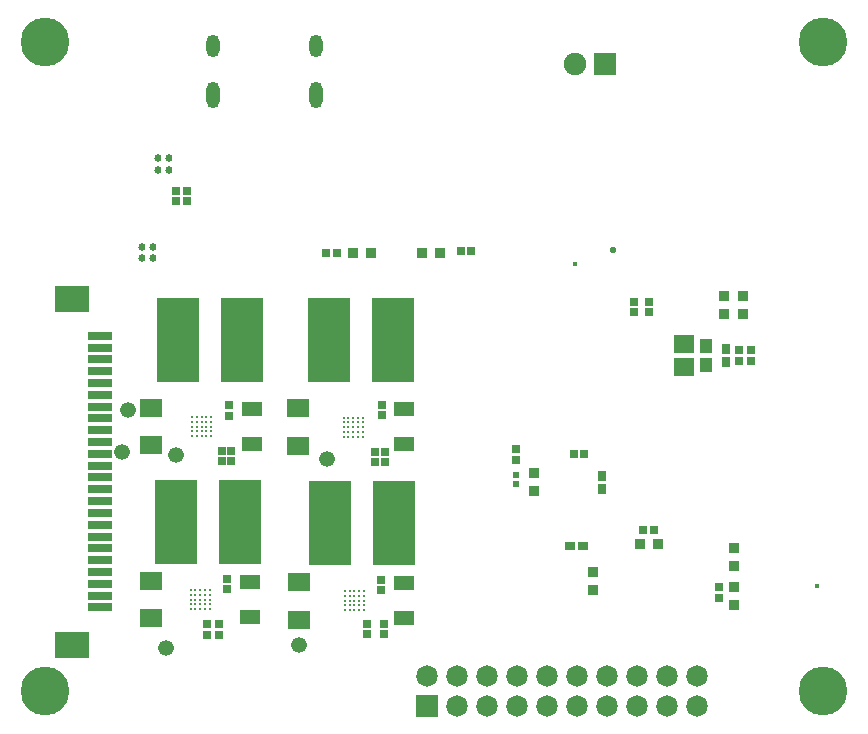
<source format=gbs>
G04*
G04 #@! TF.GenerationSoftware,Altium Limited,Altium Designer,23.1.1 (15)*
G04*
G04 Layer_Color=16711935*
%FSLAX44Y44*%
%MOMM*%
G71*
G04*
G04 #@! TF.SameCoordinates,D1EA7B9B-11C4-41B5-954D-5070AA3C9977*
G04*
G04*
G04 #@! TF.FilePolarity,Negative*
G04*
G01*
G75*
%ADD39R,1.0121X1.1581*%
%ADD70C,1.3270*%
%ADD73R,0.6416X0.6673*%
%ADD78R,0.6673X0.6416*%
%ADD79R,0.7870X0.7470*%
%ADD82R,0.7470X0.7870*%
%ADD89R,0.9656X0.9081*%
%ADD95R,0.6416X0.8917*%
%ADD98R,0.8917X0.6416*%
%ADD100R,0.9081X0.9656*%
%ADD113C,1.8270*%
%ADD114R,1.8270X1.8270*%
%ADD115C,1.9000*%
%ADD116R,1.9000X1.9000*%
%ADD117O,1.1270X1.9270*%
%ADD118O,1.1270X2.2270*%
%ADD119C,4.1270*%
%ADD120C,0.4318*%
%ADD121C,0.5334*%
%ADD122C,0.6270*%
%ADD174R,0.4725X0.5153*%
%ADD178C,0.3000*%
%ADD179R,1.8026X1.3091*%
%ADD180R,1.8296X1.5866*%
%ADD181R,3.6270X7.1270*%
%ADD182R,1.6770X1.5770*%
%ADD183R,2.0524X0.7524*%
%ADD184R,2.9524X2.2524*%
D39*
X644545Y351820D02*
D03*
Y368360D02*
D03*
D70*
X299995Y114882D02*
D03*
X187306Y112289D02*
D03*
X195385Y275544D02*
D03*
X149908Y278522D02*
D03*
X154686Y313690D02*
D03*
X323196Y272219D02*
D03*
D73*
X238818Y162481D02*
D03*
Y171137D02*
D03*
X369325Y170246D02*
D03*
Y161590D02*
D03*
X240088Y317699D02*
D03*
Y309043D02*
D03*
X369570Y318018D02*
D03*
Y309362D02*
D03*
X483108Y280436D02*
D03*
Y271780D02*
D03*
X583372Y396982D02*
D03*
Y405638D02*
D03*
X596138Y396982D02*
D03*
Y405638D02*
D03*
D78*
X445536Y448310D02*
D03*
X436880D02*
D03*
X322814Y447040D02*
D03*
X331470D02*
D03*
D79*
X541020Y276860D02*
D03*
X532220D02*
D03*
X591230Y212090D02*
D03*
X600030Y212090D02*
D03*
D82*
X371701Y132603D02*
D03*
Y123803D02*
D03*
X357617Y132841D02*
D03*
Y124041D02*
D03*
X363836Y269769D02*
D03*
Y278569D02*
D03*
X372726Y269769D02*
D03*
Y278569D02*
D03*
X221596Y123719D02*
D03*
Y132519D02*
D03*
X231756Y123719D02*
D03*
Y132519D02*
D03*
X234296Y270281D02*
D03*
Y279081D02*
D03*
X241916Y270281D02*
D03*
Y279081D02*
D03*
X655320Y155030D02*
D03*
Y163830D02*
D03*
X672488Y355690D02*
D03*
Y364490D02*
D03*
X681990Y355690D02*
D03*
Y364490D02*
D03*
X204980Y499465D02*
D03*
Y490665D02*
D03*
X195478Y499465D02*
D03*
Y490665D02*
D03*
D89*
X499010Y260356D02*
D03*
X499010Y245289D02*
D03*
X548640Y161376D02*
D03*
Y176444D02*
D03*
X668020Y181783D02*
D03*
Y196850D02*
D03*
Y148763D02*
D03*
Y163830D02*
D03*
X659634Y395143D02*
D03*
X659634Y410210D02*
D03*
X675640Y395143D02*
D03*
X675640Y410210D02*
D03*
D95*
X556260Y258274D02*
D03*
Y247372D02*
D03*
X661354Y354639D02*
D03*
Y365541D02*
D03*
D98*
X528980Y198610D02*
D03*
X539882D02*
D03*
D100*
X588294Y200230D02*
D03*
X603362D02*
D03*
X404033Y447040D02*
D03*
X419100D02*
D03*
X345613D02*
D03*
X360680Y447040D02*
D03*
D113*
X483870Y63500D02*
D03*
X509270D02*
D03*
X407670Y88900D02*
D03*
X433070Y63500D02*
D03*
Y88900D02*
D03*
X458470Y63500D02*
D03*
Y88900D02*
D03*
X483870D02*
D03*
X509270D02*
D03*
X534670Y63500D02*
D03*
Y88900D02*
D03*
X560070Y63500D02*
D03*
Y88900D02*
D03*
X585470Y63500D02*
D03*
Y88900D02*
D03*
X610870Y63500D02*
D03*
Y88900D02*
D03*
X636270Y63500D02*
D03*
Y88900D02*
D03*
D114*
X407670Y63500D02*
D03*
D115*
X533715Y607239D02*
D03*
D116*
X558714D02*
D03*
D117*
X227310Y621795D02*
D03*
X313710D02*
D03*
D118*
X227310Y580296D02*
D03*
X313710D02*
D03*
D119*
X743290Y625800D02*
D03*
Y75800D02*
D03*
X84690D02*
D03*
Y625793D02*
D03*
D120*
X533281Y437490D02*
D03*
X737870Y165100D02*
D03*
D121*
X565150Y449580D02*
D03*
D122*
X189467Y517355D02*
D03*
Y526855D02*
D03*
X179967D02*
D03*
Y517355D02*
D03*
X176200Y442290D02*
D03*
Y451790D02*
D03*
X166700D02*
D03*
Y442290D02*
D03*
D174*
X483108Y251305D02*
D03*
Y258876D02*
D03*
D178*
X209283Y291853D02*
D03*
X213283D02*
D03*
X217283D02*
D03*
X221283D02*
D03*
X225283D02*
D03*
X209283Y295853D02*
D03*
X213283D02*
D03*
X217283D02*
D03*
X221283D02*
D03*
X225283D02*
D03*
X209283Y299853D02*
D03*
X213283D02*
D03*
X217283D02*
D03*
X221283D02*
D03*
X225283D02*
D03*
X209283Y303853D02*
D03*
X213283D02*
D03*
X217283D02*
D03*
X221283D02*
D03*
X225283D02*
D03*
X209283Y307853D02*
D03*
X213283D02*
D03*
X217283D02*
D03*
X221283D02*
D03*
X225283D02*
D03*
X353553Y307341D02*
D03*
X349553D02*
D03*
X345553D02*
D03*
X341553D02*
D03*
X337553D02*
D03*
X353553Y303341D02*
D03*
X349553D02*
D03*
X345553D02*
D03*
X341553D02*
D03*
X337553D02*
D03*
X353553Y299341D02*
D03*
X349553D02*
D03*
X345553D02*
D03*
X341553D02*
D03*
X337553D02*
D03*
X353553Y295341D02*
D03*
X349553D02*
D03*
X345553D02*
D03*
X341553D02*
D03*
X337553D02*
D03*
X353553Y291341D02*
D03*
X349553D02*
D03*
X345553D02*
D03*
X341553D02*
D03*
X337553D02*
D03*
X208013Y145291D02*
D03*
X212013D02*
D03*
X216013D02*
D03*
X220013D02*
D03*
X224013D02*
D03*
X208013Y149291D02*
D03*
X212013D02*
D03*
X216013D02*
D03*
X220013D02*
D03*
X224013D02*
D03*
X208013Y153291D02*
D03*
X212013D02*
D03*
X216013D02*
D03*
X220013D02*
D03*
X224013D02*
D03*
X208013Y157291D02*
D03*
X212013D02*
D03*
X216013D02*
D03*
X220013D02*
D03*
X224013D02*
D03*
X208013Y161291D02*
D03*
X212013D02*
D03*
X216013D02*
D03*
X220013D02*
D03*
X224013D02*
D03*
X354520Y160400D02*
D03*
X350520D02*
D03*
X346520D02*
D03*
X342520D02*
D03*
X338520D02*
D03*
X354520Y156400D02*
D03*
X350520D02*
D03*
X346520D02*
D03*
X342520D02*
D03*
X338520D02*
D03*
X354520Y152400D02*
D03*
X350520D02*
D03*
X346520D02*
D03*
X342520D02*
D03*
X338520D02*
D03*
X354520Y148400D02*
D03*
X350520D02*
D03*
X346520D02*
D03*
X342520D02*
D03*
X338520D02*
D03*
X354520Y144400D02*
D03*
X350520D02*
D03*
X346520D02*
D03*
X342520D02*
D03*
X338520D02*
D03*
D179*
X388933Y137612D02*
D03*
Y167188D02*
D03*
X258426Y138503D02*
D03*
Y168079D02*
D03*
X259696Y285065D02*
D03*
Y314641D02*
D03*
X388620Y285384D02*
D03*
Y314960D02*
D03*
D180*
X299995Y136474D02*
D03*
Y168326D02*
D03*
X174568Y137365D02*
D03*
Y169217D02*
D03*
Y283927D02*
D03*
Y315779D02*
D03*
X299028Y283415D02*
D03*
Y315267D02*
D03*
D181*
X249867Y219004D02*
D03*
X195866D02*
D03*
X380374Y217988D02*
D03*
X326373D02*
D03*
X379407Y373061D02*
D03*
X325406D02*
D03*
X251137D02*
D03*
X197136D02*
D03*
D182*
X625989Y369590D02*
D03*
Y350590D02*
D03*
D183*
X130819Y146728D02*
D03*
Y156728D02*
D03*
Y166728D02*
D03*
Y176728D02*
D03*
Y186728D02*
D03*
Y196728D02*
D03*
Y206728D02*
D03*
Y216728D02*
D03*
Y226728D02*
D03*
Y236728D02*
D03*
Y246728D02*
D03*
Y256728D02*
D03*
Y266728D02*
D03*
Y276728D02*
D03*
Y286728D02*
D03*
Y296728D02*
D03*
Y306728D02*
D03*
Y316728D02*
D03*
Y326728D02*
D03*
Y336728D02*
D03*
Y346728D02*
D03*
Y356728D02*
D03*
Y366728D02*
D03*
Y376728D02*
D03*
D184*
X107319Y115228D02*
D03*
Y408227D02*
D03*
M02*

</source>
